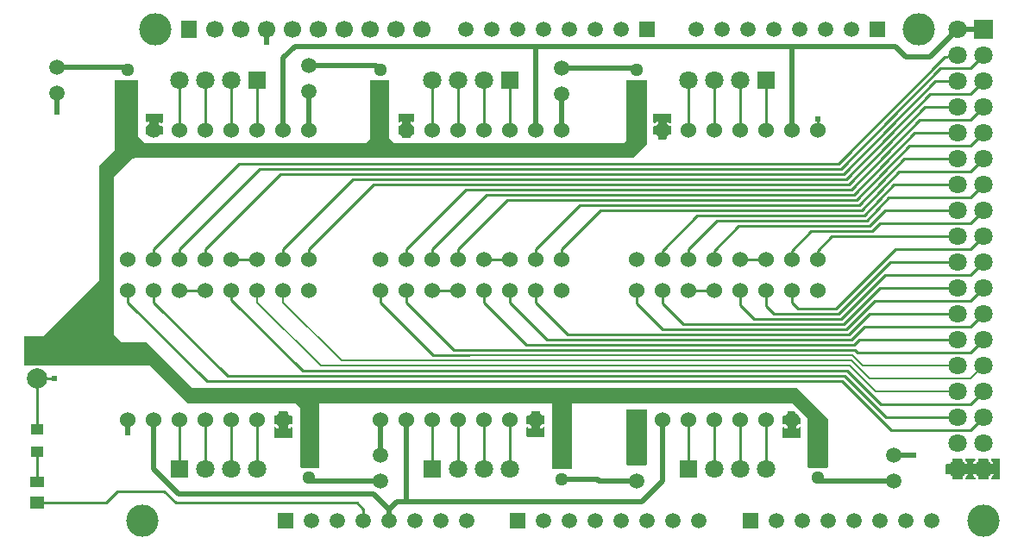
<source format=gtl>
G04 Layer: TopLayer*
G04 EasyEDA v6.5.22, 2023-03-30 23:48:17*
G04 8450ab88c4f44046a07a984ff5d0ea80,f0b2f3ec3a9e47b7860458d5da5a3361,10*
G04 Gerber Generator version 0.2*
G04 Scale: 100 percent, Rotated: No, Reflected: No *
G04 Dimensions in inches *
G04 leading zeros omitted , absolute positions ,3 integer and 6 decimal *
%FSLAX36Y36*%
%MOIN*%

%AMMACRO1*21,1,$1,$2,0,0,$3*%
%ADD10C,0.0080*%
%ADD11C,0.0200*%
%ADD12C,0.0100*%
%ADD13C,0.0090*%
%ADD14R,0.0492X0.0394*%
%ADD15MACRO1,0.0542X0.0446X0.0000*%
%ADD16R,0.0542X0.0446*%
%ADD17MACRO1,0.0591X0.0591X0.0000*%
%ADD18C,0.0591*%
%ADD19C,0.0709*%
%ADD20MACRO1,0.0709X0.0709X-90.0000*%
%ADD21C,0.0669*%
%ADD22MACRO1,0.062X0.0669X0.0000*%
%ADD23R,0.0709X0.0709*%
%ADD24C,0.0600*%
%ADD25C,0.0787*%
%ADD26C,0.0512*%
%ADD27C,0.1250*%
%ADD28C,0.0240*%
%ADD29C,0.0167*%

%LPD*%
G36*
X581500Y1585000D02*
G01*
X579960Y1585300D01*
X578680Y1586180D01*
X577800Y1587460D01*
X577500Y1589000D01*
X577500Y1592500D01*
X569000Y1592500D01*
X567460Y1592800D01*
X566180Y1593680D01*
X565300Y1594960D01*
X565000Y1596500D01*
X565000Y1623500D01*
X565300Y1625040D01*
X566180Y1626320D01*
X567460Y1627200D01*
X569000Y1627500D01*
X577500Y1627500D01*
X577500Y1646080D01*
X574520Y1644580D01*
X571260Y1642340D01*
X569660Y1641699D01*
X567940Y1641780D01*
X566420Y1642580D01*
X565380Y1643959D01*
X565000Y1645640D01*
X565000Y1671000D01*
X565300Y1672540D01*
X566180Y1673820D01*
X567460Y1674700D01*
X569000Y1675000D01*
X626000Y1675000D01*
X627540Y1674700D01*
X628820Y1673820D01*
X629700Y1672540D01*
X630000Y1671000D01*
X630000Y1641420D01*
X629700Y1639920D01*
X628880Y1638640D01*
X627620Y1637760D01*
X626140Y1637420D01*
X624620Y1637660D01*
X623320Y1638460D01*
X619900Y1641540D01*
X615480Y1644580D01*
X612500Y1646080D01*
X612500Y1627500D01*
X626000Y1627500D01*
X627540Y1627200D01*
X628820Y1626320D01*
X629700Y1625040D01*
X630000Y1623500D01*
X630000Y1596500D01*
X629700Y1594960D01*
X628820Y1593680D01*
X627540Y1592800D01*
X626000Y1592500D01*
X612500Y1592500D01*
X612500Y1589000D01*
X612200Y1587460D01*
X611320Y1586180D01*
X610040Y1585300D01*
X608500Y1585000D01*
G37*

%LPD*%
G36*
X1556500Y1580000D02*
G01*
X1554960Y1580300D01*
X1553680Y1581180D01*
X1552800Y1582460D01*
X1552500Y1584000D01*
X1552500Y1592500D01*
X1544000Y1592500D01*
X1542460Y1592800D01*
X1541180Y1593680D01*
X1540300Y1594960D01*
X1540000Y1596500D01*
X1540000Y1623500D01*
X1540300Y1625040D01*
X1541180Y1626320D01*
X1542460Y1627200D01*
X1544000Y1627500D01*
X1552500Y1627500D01*
X1552500Y1646080D01*
X1549520Y1644580D01*
X1546260Y1642340D01*
X1544660Y1641699D01*
X1542940Y1641780D01*
X1541420Y1642580D01*
X1540380Y1643959D01*
X1540000Y1645640D01*
X1540000Y1671000D01*
X1540300Y1672540D01*
X1541180Y1673820D01*
X1542460Y1674700D01*
X1544000Y1675000D01*
X1596000Y1675000D01*
X1597540Y1674700D01*
X1598820Y1673820D01*
X1599700Y1672540D01*
X1600000Y1671000D01*
X1600000Y1645640D01*
X1599620Y1643959D01*
X1598580Y1642580D01*
X1597060Y1641780D01*
X1595340Y1641699D01*
X1593740Y1642340D01*
X1590480Y1644580D01*
X1587500Y1646080D01*
X1587500Y1627500D01*
X1596000Y1627500D01*
X1597540Y1627200D01*
X1598820Y1626320D01*
X1599700Y1625040D01*
X1600000Y1623500D01*
X1600000Y1596500D01*
X1599700Y1594960D01*
X1598820Y1593680D01*
X1597540Y1592800D01*
X1596000Y1592500D01*
X1587500Y1592500D01*
X1587500Y1584000D01*
X1587200Y1582460D01*
X1586320Y1581180D01*
X1585040Y1580300D01*
X1583500Y1580000D01*
G37*

%LPD*%
G36*
X2546500Y1575000D02*
G01*
X2544960Y1575300D01*
X2543680Y1576180D01*
X2542800Y1577460D01*
X2542500Y1579000D01*
X2542500Y1592500D01*
X2529000Y1592500D01*
X2527460Y1592800D01*
X2526180Y1593680D01*
X2525300Y1594960D01*
X2525000Y1596500D01*
X2525000Y1623500D01*
X2525300Y1625040D01*
X2526180Y1626320D01*
X2527460Y1627200D01*
X2529000Y1627500D01*
X2542500Y1627500D01*
X2542500Y1646080D01*
X2539520Y1644580D01*
X2535100Y1641540D01*
X2531680Y1638460D01*
X2530380Y1637660D01*
X2528860Y1637420D01*
X2527380Y1637760D01*
X2526120Y1638640D01*
X2525300Y1639920D01*
X2525000Y1641420D01*
X2525000Y1671000D01*
X2525300Y1672540D01*
X2526180Y1673820D01*
X2527460Y1674700D01*
X2529000Y1675000D01*
X2591000Y1675000D01*
X2592540Y1674700D01*
X2593820Y1673820D01*
X2594700Y1672540D01*
X2595000Y1671000D01*
X2595000Y1641420D01*
X2594700Y1639920D01*
X2593880Y1638640D01*
X2592620Y1637760D01*
X2591139Y1637420D01*
X2589620Y1637660D01*
X2588320Y1638460D01*
X2584900Y1641540D01*
X2580480Y1644580D01*
X2577500Y1646080D01*
X2577500Y1627500D01*
X2591000Y1627500D01*
X2592540Y1627200D01*
X2593820Y1626320D01*
X2594700Y1625040D01*
X2595000Y1623500D01*
X2595000Y1596500D01*
X2594700Y1594960D01*
X2593820Y1593680D01*
X2592540Y1592800D01*
X2591000Y1592500D01*
X2577500Y1592500D01*
X2577500Y1579000D01*
X2577200Y1577460D01*
X2576320Y1576180D01*
X2575040Y1575300D01*
X2573500Y1575000D01*
G37*

%LPD*%
G36*
X2039780Y424880D02*
G01*
X2038020Y424920D01*
X2036459Y425700D01*
X2035380Y427100D01*
X2035000Y428800D01*
X2035000Y458579D01*
X2035300Y460080D01*
X2036120Y461360D01*
X2037380Y462239D01*
X2038860Y462580D01*
X2040380Y462340D01*
X2041680Y461540D01*
X2045100Y458459D01*
X2049520Y455420D01*
X2052500Y453920D01*
X2052500Y472500D01*
X2039000Y472500D01*
X2037460Y472800D01*
X2036180Y473680D01*
X2035300Y474960D01*
X2035000Y476500D01*
X2035000Y503500D01*
X2035300Y505040D01*
X2036180Y506320D01*
X2037460Y507200D01*
X2039000Y507500D01*
X2052500Y507500D01*
X2052500Y521000D01*
X2052800Y522540D01*
X2053680Y523820D01*
X2054960Y524700D01*
X2056500Y525000D01*
X2083500Y525000D01*
X2085040Y524700D01*
X2086320Y523820D01*
X2087200Y522540D01*
X2087500Y521000D01*
X2087500Y507500D01*
X2101000Y507500D01*
X2102540Y507200D01*
X2103820Y506320D01*
X2104700Y505040D01*
X2105000Y503500D01*
X2105000Y476500D01*
X2104700Y474960D01*
X2103820Y473680D01*
X2102540Y472800D01*
X2101000Y472500D01*
X2087500Y472500D01*
X2087500Y453920D01*
X2090480Y455420D01*
X2094900Y458459D01*
X2098320Y461540D01*
X2099620Y462340D01*
X2101140Y462580D01*
X2102620Y462239D01*
X2103880Y461360D01*
X2104700Y460080D01*
X2105000Y458579D01*
X2105000Y429000D01*
X2104700Y427460D01*
X2103820Y426180D01*
X2102540Y425300D01*
X2101000Y425000D01*
X2040400Y425000D01*
G37*

%LPD*%
G36*
X1064000Y420000D02*
G01*
X1062460Y420300D01*
X1061180Y421180D01*
X1060300Y422460D01*
X1060000Y424000D01*
X1060000Y458579D01*
X1060300Y460080D01*
X1061120Y461360D01*
X1062380Y462239D01*
X1063860Y462580D01*
X1065380Y462340D01*
X1066680Y461540D01*
X1070100Y458459D01*
X1074520Y455420D01*
X1077500Y453920D01*
X1077500Y472500D01*
X1064000Y472500D01*
X1062460Y472800D01*
X1061180Y473680D01*
X1060300Y474960D01*
X1060000Y476500D01*
X1060000Y503500D01*
X1060300Y505040D01*
X1061180Y506320D01*
X1062460Y507200D01*
X1064000Y507500D01*
X1077500Y507500D01*
X1077500Y521000D01*
X1077800Y522540D01*
X1078680Y523820D01*
X1079960Y524700D01*
X1081500Y525000D01*
X1108500Y525000D01*
X1110040Y524700D01*
X1111320Y523820D01*
X1112200Y522540D01*
X1112500Y521000D01*
X1112500Y507500D01*
X1126000Y507500D01*
X1127540Y507200D01*
X1128820Y506320D01*
X1129700Y505040D01*
X1130000Y503500D01*
X1130000Y476500D01*
X1129700Y474960D01*
X1128820Y473680D01*
X1127540Y472800D01*
X1126000Y472500D01*
X1112500Y472500D01*
X1112500Y453920D01*
X1115480Y455420D01*
X1119900Y458459D01*
X1123320Y461540D01*
X1124620Y462340D01*
X1126140Y462580D01*
X1127620Y462239D01*
X1128880Y461360D01*
X1129700Y460080D01*
X1130000Y458579D01*
X1130000Y424000D01*
X1129700Y422460D01*
X1128820Y421180D01*
X1127540Y420300D01*
X1126000Y420000D01*
G37*

%LPD*%
G36*
X3029000Y420000D02*
G01*
X3027460Y420300D01*
X3026180Y421180D01*
X3025299Y422460D01*
X3025000Y424000D01*
X3025000Y458579D01*
X3025299Y460080D01*
X3026120Y461360D01*
X3027380Y462239D01*
X3028860Y462580D01*
X3030380Y462340D01*
X3031680Y461540D01*
X3035100Y458459D01*
X3039520Y455420D01*
X3042500Y453920D01*
X3042500Y472500D01*
X3029000Y472500D01*
X3027460Y472800D01*
X3026180Y473680D01*
X3025299Y474960D01*
X3025000Y476500D01*
X3025000Y503500D01*
X3025299Y505040D01*
X3026180Y506320D01*
X3027460Y507200D01*
X3029000Y507500D01*
X3042500Y507500D01*
X3042500Y521000D01*
X3042799Y522540D01*
X3043680Y523820D01*
X3044960Y524700D01*
X3046500Y525000D01*
X3068340Y525000D01*
X3069880Y524700D01*
X3071180Y523820D01*
X3073820Y521180D01*
X3074700Y519880D01*
X3075000Y518340D01*
X3075000Y515400D01*
X3075280Y514720D01*
X3076320Y513680D01*
X3077200Y512380D01*
X3077500Y510840D01*
X3077500Y507500D01*
X3080840Y507500D01*
X3082380Y507200D01*
X3083680Y506320D01*
X3093820Y496180D01*
X3094700Y494880D01*
X3095000Y493340D01*
X3095000Y476500D01*
X3094700Y474960D01*
X3093820Y473680D01*
X3092540Y472800D01*
X3091000Y472500D01*
X3077500Y472500D01*
X3077500Y453920D01*
X3080480Y455420D01*
X3084900Y458459D01*
X3088320Y461540D01*
X3089620Y462340D01*
X3091139Y462580D01*
X3092620Y462239D01*
X3093880Y461360D01*
X3094700Y460080D01*
X3095000Y458579D01*
X3095000Y424000D01*
X3094700Y422460D01*
X3093820Y421180D01*
X3092540Y420300D01*
X3091000Y420000D01*
G37*

%LPD*%
G36*
X2424000Y315000D02*
G01*
X2422460Y315300D01*
X2421180Y316180D01*
X2420300Y317460D01*
X2420000Y319000D01*
X2420000Y526000D01*
X2420300Y527540D01*
X2421180Y528820D01*
X2422460Y529700D01*
X2424000Y530000D01*
X2496200Y530000D01*
X2497900Y529620D01*
X2499300Y528540D01*
X2500080Y526980D01*
X2500120Y525220D01*
X2500000Y524600D01*
X2500000Y319000D01*
X2499700Y317460D01*
X2498820Y316180D01*
X2497540Y315300D01*
X2496000Y315000D01*
G37*

%LPD*%
G36*
X2139000Y300000D02*
G01*
X2137460Y300300D01*
X2136180Y301180D01*
X2135300Y302460D01*
X2135000Y304000D01*
X2135000Y559600D01*
X2134720Y559720D01*
X2131180Y556180D01*
X2129880Y555300D01*
X2128340Y555000D01*
X1235400Y555000D01*
X1235000Y554600D01*
X1235000Y309000D01*
X1234700Y307460D01*
X1233820Y306180D01*
X1232540Y305300D01*
X1231000Y305000D01*
X1164000Y305000D01*
X1162460Y305300D01*
X1161180Y306180D01*
X1160300Y307460D01*
X1160000Y309000D01*
X1160000Y534600D01*
X1159720Y535280D01*
X1140280Y554720D01*
X1139600Y555000D01*
X726660Y555000D01*
X725120Y555300D01*
X723820Y556180D01*
X580280Y699720D01*
X579600Y700000D01*
X99000Y700000D01*
X97460Y700300D01*
X96180Y701180D01*
X95300Y702460D01*
X95000Y704000D01*
X95000Y811000D01*
X95300Y812540D01*
X96180Y813820D01*
X97460Y814700D01*
X99000Y815000D01*
X169600Y815000D01*
X170280Y815280D01*
X384720Y1029720D01*
X385000Y1030400D01*
X385000Y1473340D01*
X385300Y1474880D01*
X386180Y1476180D01*
X444720Y1534720D01*
X445000Y1535400D01*
X445000Y1801000D01*
X445300Y1802540D01*
X446180Y1803820D01*
X447460Y1804700D01*
X449000Y1805000D01*
X531000Y1805000D01*
X532540Y1804700D01*
X533820Y1803820D01*
X534700Y1802540D01*
X535000Y1801000D01*
X535000Y1585400D01*
X535280Y1584720D01*
X559720Y1560280D01*
X560400Y1560000D01*
X1414600Y1560000D01*
X1415280Y1560280D01*
X1429720Y1574720D01*
X1430000Y1575400D01*
X1430000Y1801000D01*
X1430300Y1802540D01*
X1431180Y1803820D01*
X1432460Y1804700D01*
X1434000Y1805000D01*
X1501000Y1805000D01*
X1502540Y1804700D01*
X1503820Y1803820D01*
X1504700Y1802540D01*
X1505000Y1801000D01*
X1505000Y1580400D01*
X1505280Y1579720D01*
X1524720Y1560280D01*
X1525400Y1560000D01*
X2409600Y1560000D01*
X2410280Y1560280D01*
X2419720Y1569720D01*
X2420000Y1570400D01*
X2420000Y1801000D01*
X2420300Y1802540D01*
X2421180Y1803820D01*
X2422460Y1804700D01*
X2424000Y1805000D01*
X2496000Y1805000D01*
X2497540Y1804700D01*
X2498820Y1803820D01*
X2499700Y1802540D01*
X2500000Y1801000D01*
X2500000Y1556660D01*
X2499700Y1555120D01*
X2498820Y1553820D01*
X2451180Y1506180D01*
X2449880Y1505300D01*
X2448340Y1505000D01*
X520400Y1505000D01*
X519720Y1504720D01*
X516180Y1501180D01*
X514880Y1500300D01*
X513340Y1500000D01*
X510400Y1500000D01*
X509720Y1499720D01*
X440280Y1430280D01*
X440000Y1429600D01*
X440000Y820400D01*
X440280Y819720D01*
X469720Y790280D01*
X470400Y790000D01*
X563340Y790000D01*
X564880Y789700D01*
X566180Y788820D01*
X739720Y615280D01*
X740400Y615000D01*
X3078340Y615000D01*
X3079880Y614700D01*
X3081180Y613820D01*
X3198820Y496180D01*
X3199700Y494880D01*
X3200000Y493340D01*
X3200000Y309000D01*
X3199700Y307460D01*
X3198820Y306180D01*
X3197540Y305300D01*
X3196000Y305000D01*
X3124000Y305000D01*
X3122460Y305300D01*
X3121180Y306180D01*
X3120299Y307460D01*
X3120000Y309000D01*
X3120000Y494600D01*
X3119720Y495280D01*
X3060280Y554720D01*
X3059600Y555000D01*
X2210400Y555000D01*
X2210000Y554600D01*
X2210000Y304000D01*
X2209700Y302460D01*
X2208820Y301180D01*
X2207540Y300300D01*
X2206000Y300000D01*
G37*

%LPD*%
G36*
X3683780Y260000D02*
G01*
X3682260Y260300D01*
X3680960Y261180D01*
X3680080Y262460D01*
X3679780Y264000D01*
X3679780Y279780D01*
X3659000Y279780D01*
X3657460Y280080D01*
X3656180Y280960D01*
X3655299Y282260D01*
X3655000Y283780D01*
X3655000Y316220D01*
X3655299Y317740D01*
X3656180Y319040D01*
X3657460Y319920D01*
X3659000Y320220D01*
X3679780Y320220D01*
X3679780Y336000D01*
X3680080Y337540D01*
X3680960Y338820D01*
X3682260Y339700D01*
X3683780Y340000D01*
X3716220Y340000D01*
X3717740Y339700D01*
X3719040Y338820D01*
X3719920Y337540D01*
X3720220Y336000D01*
X3720220Y320220D01*
X3740840Y320220D01*
X3738519Y324440D01*
X3735160Y329080D01*
X3731240Y333260D01*
X3730419Y334560D01*
X3730140Y336079D01*
X3730480Y337580D01*
X3731340Y338860D01*
X3732640Y339700D01*
X3734140Y340000D01*
X3765860Y340000D01*
X3767360Y339700D01*
X3768660Y338860D01*
X3769520Y337580D01*
X3769860Y336079D01*
X3769580Y334560D01*
X3768759Y333260D01*
X3764840Y329080D01*
X3761480Y324440D01*
X3759160Y320220D01*
X3779780Y320220D01*
X3779780Y336000D01*
X3780080Y337540D01*
X3780960Y338820D01*
X3782260Y339700D01*
X3783780Y340000D01*
X3816220Y340000D01*
X3817740Y339700D01*
X3819040Y338820D01*
X3819920Y337540D01*
X3820220Y336000D01*
X3820220Y320220D01*
X3840840Y320220D01*
X3838519Y324440D01*
X3835160Y329080D01*
X3831240Y333260D01*
X3830419Y334560D01*
X3830140Y336079D01*
X3830480Y337580D01*
X3831340Y338860D01*
X3832640Y339700D01*
X3834140Y340000D01*
X3861000Y340000D01*
X3862540Y339700D01*
X3863820Y338820D01*
X3864700Y337540D01*
X3865000Y336000D01*
X3865000Y264000D01*
X3864700Y262460D01*
X3863820Y261180D01*
X3862540Y260300D01*
X3861000Y260000D01*
X3834140Y260000D01*
X3832640Y260300D01*
X3831340Y261140D01*
X3830480Y262420D01*
X3830140Y263920D01*
X3830419Y265440D01*
X3831240Y266740D01*
X3835160Y270920D01*
X3838519Y275560D01*
X3840840Y279780D01*
X3820220Y279780D01*
X3820220Y264000D01*
X3819920Y262460D01*
X3819040Y261180D01*
X3817740Y260300D01*
X3816220Y260000D01*
X3783780Y260000D01*
X3782260Y260300D01*
X3780960Y261180D01*
X3780080Y262460D01*
X3779780Y264000D01*
X3779780Y279780D01*
X3759160Y279780D01*
X3761480Y275560D01*
X3764840Y270920D01*
X3768759Y266740D01*
X3769580Y265440D01*
X3769860Y263920D01*
X3769520Y262420D01*
X3768660Y261140D01*
X3767360Y260300D01*
X3765860Y260000D01*
X3734140Y260000D01*
X3732640Y260300D01*
X3731340Y261140D01*
X3730480Y262420D01*
X3730140Y263920D01*
X3730419Y265440D01*
X3731240Y266740D01*
X3735160Y270920D01*
X3738519Y275560D01*
X3740840Y279780D01*
X3720220Y279780D01*
X3720220Y264000D01*
X3719920Y262460D01*
X3719040Y261180D01*
X3717740Y260300D01*
X3716220Y260000D01*
G37*

%LPD*%
D10*
X3700000Y600000D02*
G01*
X3383882Y600000D01*
X3283882Y700000D01*
X1240000Y700000D01*
X995000Y945000D01*
X995000Y990000D01*
D11*
X145000Y750000D02*
G01*
X415000Y1020000D01*
X415000Y1449800D01*
X495199Y1530000D01*
X2070000Y1610000D02*
G01*
X2070000Y1935000D01*
X3060000Y1610000D02*
G01*
X3060000Y1935000D01*
X1095000Y1610000D02*
G01*
X1095000Y1890000D01*
X1140000Y1935000D01*
X3460000Y1935000D01*
X3500000Y1895000D01*
X3595000Y1895000D01*
X3700000Y2000000D01*
X3800000Y2000000D02*
G01*
X3700000Y2000000D01*
D12*
X1405000Y100000D02*
G01*
X1405000Y145000D01*
X1380000Y170000D01*
X680000Y170000D01*
X635000Y215000D01*
X455000Y215000D01*
X410599Y170599D01*
X145000Y170599D01*
D11*
X595000Y490000D02*
G01*
X595000Y300000D01*
X690000Y205000D01*
X1445000Y205000D01*
X1505000Y145000D01*
X1570000Y490000D02*
G01*
X1570200Y175000D01*
X1505000Y100000D02*
G01*
X1505000Y145000D01*
X1535000Y175000D01*
X2480000Y175000D01*
X2560000Y255000D01*
X2560000Y490000D01*
X1470200Y1530000D02*
G01*
X495199Y1530000D01*
X495000Y1610000D01*
X2460000Y1610000D02*
G01*
X2460000Y1570000D01*
X2420000Y1530000D01*
X1470200Y1530000D01*
X1470000Y1610000D01*
X3160000Y490000D02*
G01*
X3070000Y580000D01*
X735000Y580000D01*
X565000Y750000D01*
X145000Y750000D01*
X2170000Y490000D02*
G01*
X2169899Y580000D01*
X1195000Y490000D02*
G01*
X1195200Y580000D01*
X2170000Y1660000D02*
G01*
X2170000Y1750000D01*
X220000Y1755000D02*
G01*
X220000Y1680000D01*
X1195000Y490000D02*
G01*
X1195000Y344369D01*
X3160000Y265630D02*
G01*
X3170630Y255000D01*
X3455000Y255000D01*
X3060000Y490000D02*
G01*
X3060000Y435000D01*
X2170000Y260630D02*
G01*
X2310000Y260000D01*
X2315000Y255000D01*
X2460000Y255000D01*
X2170000Y490000D02*
G01*
X2170000Y339369D01*
X495000Y1844369D02*
G01*
X484369Y1855000D01*
X220000Y1855000D01*
X495000Y1610000D02*
G01*
X495000Y1765630D01*
X2560000Y1610000D02*
G01*
X2560000Y1660000D01*
X2460000Y1844369D02*
G01*
X2454369Y1850000D01*
X2170000Y1850000D01*
X2460000Y1765630D02*
G01*
X2460000Y1610000D01*
X1195000Y1760000D02*
G01*
X1195000Y1660000D01*
X1470000Y1844369D02*
G01*
X1454369Y1860000D01*
X1195000Y1860000D01*
X1470000Y1610000D02*
G01*
X1470000Y1765630D01*
X3455000Y355000D02*
G01*
X3530000Y355000D01*
X3160000Y490000D02*
G01*
X3160000Y344369D01*
X1195000Y265630D02*
G01*
X1205630Y255000D01*
X1400000Y255000D01*
X1470000Y255000D01*
X1470000Y490000D02*
G01*
X1470000Y355000D01*
X2460000Y355000D02*
G01*
X2460000Y395000D01*
X2460000Y440000D01*
X2460000Y490000D02*
G01*
X2460000Y440000D01*
X595000Y1610000D02*
G01*
X595000Y1660000D01*
D12*
X695000Y1805000D02*
G01*
X695000Y1610000D01*
X2660000Y490000D02*
G01*
X2660000Y294998D01*
D13*
X3800000Y600000D02*
G01*
X3750000Y550000D01*
X3405000Y550000D01*
X3275000Y680000D01*
X1170000Y680000D01*
X895000Y955000D01*
X895000Y990000D01*
D12*
X3700000Y500000D02*
G01*
X3425000Y500000D01*
X3265000Y660000D01*
X880000Y660000D01*
X595000Y945000D01*
X595000Y990000D01*
D13*
X3800000Y500000D02*
G01*
X3750000Y450000D01*
X3445000Y450000D01*
X3255000Y640000D01*
X800000Y640000D01*
X495000Y945000D01*
X495000Y990000D01*
D10*
X1815000Y740000D02*
G01*
X3295000Y740000D01*
X3335000Y700000D01*
X3700000Y700000D01*
X3800000Y700000D02*
G01*
X3750000Y650000D01*
X3359438Y650000D01*
X3289438Y720000D01*
X1320000Y720000D01*
X1095000Y945000D01*
X1095000Y990000D01*
D13*
X1895000Y760000D02*
G01*
X3305000Y760000D01*
X3315000Y750000D01*
X3750000Y750000D01*
X3800000Y800000D01*
D12*
X1870000Y990000D02*
G01*
X1870000Y945000D01*
X2035000Y780000D01*
X3300000Y780000D01*
X3320000Y800000D01*
X3700000Y800000D01*
D13*
X1970000Y990000D02*
G01*
X1970000Y945000D01*
X2115000Y800000D01*
X3290000Y800000D01*
X3340000Y850000D01*
X3750000Y850000D01*
X3800000Y900000D01*
D12*
X3700000Y900000D02*
G01*
X3360000Y900000D01*
X3280000Y820000D01*
X2195000Y820000D01*
X2070000Y945000D01*
X2070000Y990000D01*
D13*
X3800000Y1000000D02*
G01*
X3750000Y950000D01*
X3380000Y950000D01*
X3270000Y840000D01*
X2625000Y840000D01*
D12*
X3700000Y1000000D02*
G01*
X3400000Y1000000D01*
X3260000Y860000D01*
X2640000Y860000D01*
X2560000Y940000D01*
X2560000Y990000D01*
D13*
X2860000Y990000D02*
G01*
X2860000Y935000D01*
X2915000Y880000D01*
X3250000Y880000D01*
X3420000Y1050000D01*
X3750000Y1050000D01*
X3800000Y1100000D01*
D12*
X2960000Y990000D02*
G01*
X2960000Y930000D01*
X2990000Y900000D01*
X3240000Y900000D01*
X3440000Y1100000D01*
X3700000Y1100000D01*
D13*
X3060000Y990000D02*
G01*
X3060000Y945000D01*
X3085000Y920000D01*
X3230000Y920000D01*
X3460000Y1150000D01*
X3750000Y1150000D01*
X3800000Y1200000D01*
D12*
X3160000Y1110000D02*
G01*
X3160000Y1145000D01*
X3215000Y1200000D01*
X3700000Y1200000D01*
D13*
X3060000Y1110000D02*
G01*
X3060000Y1145000D01*
X3135000Y1220000D01*
X3370000Y1220000D01*
X3400000Y1250000D01*
X3750000Y1250000D01*
X3800000Y1300000D01*
D12*
X2760000Y1110000D02*
G01*
X2760000Y1145000D01*
X2855000Y1240000D01*
X3360000Y1240000D01*
X3420000Y1300000D01*
X3700000Y1300000D01*
D13*
X2660000Y1110000D02*
G01*
X2660000Y1150000D01*
X2770000Y1260000D01*
X3350000Y1260000D01*
X3435000Y1350000D01*
X3750000Y1350000D01*
X3800000Y1400000D01*
D12*
X2560000Y1145000D02*
G01*
X2695000Y1280000D01*
X3340000Y1280000D01*
X3455000Y1400000D01*
X3700000Y1400000D01*
D13*
X2170000Y1110000D02*
G01*
X2170000Y1150000D01*
X2320000Y1300000D01*
X3330000Y1300000D01*
X3475000Y1450000D01*
X3750000Y1450000D01*
X3800000Y1500000D01*
D12*
X2390000Y1320000D02*
G01*
X3320000Y1320000D01*
X3495000Y1500000D01*
X3700000Y1500000D01*
D13*
X2110000Y1340000D02*
G01*
X3310000Y1340000D01*
X3515000Y1550000D01*
X3750000Y1550000D01*
X3800000Y1600000D01*
D12*
X2030000Y1360000D02*
G01*
X3300000Y1360000D01*
X3535000Y1600000D01*
X3700000Y1600000D01*
D13*
X1950000Y1380000D02*
G01*
X3290000Y1380000D01*
X3555000Y1650000D01*
X3750000Y1650000D01*
X3800000Y1700000D01*
D12*
X1630000Y1400000D02*
G01*
X3280000Y1400000D01*
X3575000Y1700000D01*
X3700000Y1700000D01*
D13*
X1550000Y1420000D02*
G01*
X3270000Y1420000D01*
X3595000Y1750000D01*
X3750000Y1750000D01*
X3800000Y1800000D01*
D12*
X1270000Y1440000D02*
G01*
X3260000Y1440000D01*
X3615000Y1800000D01*
X3700000Y1800000D01*
D13*
X1190000Y1460000D02*
G01*
X3250000Y1460000D01*
X3635000Y1850000D01*
X3750000Y1850000D01*
X3800000Y1900000D01*
D12*
X1110000Y1480000D02*
G01*
X3240000Y1480000D01*
X3650000Y1895000D01*
X3700000Y1900000D01*
X595000Y1110000D02*
G01*
X595000Y1150000D01*
X925000Y1480000D01*
X1110000Y1480000D01*
X695000Y1110000D02*
G01*
X695000Y1150000D01*
X1005000Y1460000D01*
X1190000Y1460000D01*
X795000Y1110000D02*
G01*
X795000Y1150000D01*
X1085000Y1440000D01*
X1270000Y1440000D01*
X1095000Y1110000D02*
G01*
X1095000Y1150000D01*
X1365000Y1420000D01*
X1550000Y1420000D01*
X1195000Y1110000D02*
G01*
X1195000Y1150000D01*
X1445000Y1400000D01*
X1633526Y1400000D01*
X1570000Y1110000D02*
G01*
X1570000Y1150000D01*
X1800000Y1380000D01*
X1950000Y1380000D01*
X1670000Y1110000D02*
G01*
X1670000Y1150000D01*
X1880000Y1360000D01*
X2030000Y1360000D01*
X1770000Y1110000D02*
G01*
X1770000Y1150000D01*
X1960000Y1340000D01*
X2110000Y1340000D01*
X2070000Y1110000D02*
G01*
X2070000Y1150000D01*
X2240000Y1320000D01*
X2390000Y1320000D01*
X1470000Y990000D02*
G01*
X1470000Y945000D01*
X1675000Y740000D01*
X1815000Y740000D01*
X1570000Y990000D02*
G01*
X1570000Y945000D01*
X1755000Y760000D01*
X1895000Y760000D01*
X2460000Y990000D02*
G01*
X2460000Y940000D01*
X2560000Y840000D01*
X2625000Y840000D01*
X1670000Y990000D02*
G01*
X1770000Y990000D01*
X1870000Y1110000D02*
G01*
X1970000Y1110000D01*
X1970000Y299998D02*
G01*
X1970000Y490000D01*
X1870000Y490000D02*
G01*
X1870000Y299998D01*
X1770000Y299998D02*
G01*
X1770000Y490000D01*
X1670000Y490000D02*
G01*
X1670000Y299998D01*
X1970000Y1805001D02*
G01*
X1970000Y1610000D01*
X1870000Y1805001D02*
G01*
X1870000Y1610000D01*
X1770000Y1610000D02*
G01*
X1770000Y1805001D01*
X1670000Y1805001D02*
G01*
X1670000Y1610000D01*
D11*
X2070000Y490000D02*
G01*
X2070000Y440000D01*
X2170000Y1610000D02*
G01*
X2170000Y1660000D01*
X1570000Y1610000D02*
G01*
X1570000Y1660000D01*
D12*
X995000Y1110000D02*
G01*
X895000Y1110000D01*
X695000Y990000D02*
G01*
X795000Y990000D01*
X995000Y490000D02*
G01*
X995000Y299998D01*
X795000Y299998D02*
G01*
X795000Y490000D01*
X895000Y490000D02*
G01*
X895000Y299998D01*
X695000Y490000D02*
G01*
X695000Y299998D01*
X995000Y1805000D02*
G01*
X995000Y1610000D01*
X895000Y1805000D02*
G01*
X895000Y1610000D01*
X795000Y1805000D02*
G01*
X795000Y1610000D01*
D11*
X495000Y490000D02*
G01*
X495000Y440000D01*
X1095000Y490000D02*
G01*
X1095000Y440000D01*
X1195000Y1610000D02*
G01*
X1195000Y1660000D01*
D12*
X145000Y650000D02*
G01*
X210000Y650000D01*
X145000Y366689D02*
G01*
X145000Y249369D01*
X145000Y650000D02*
G01*
X145000Y453310D01*
X2760000Y990000D02*
G01*
X2665000Y990000D01*
X2660000Y985000D01*
X2860000Y1110000D02*
G01*
X2955000Y1110000D01*
X2960000Y1105000D01*
D10*
X3700000Y800000D02*
G01*
X3668569Y800000D01*
D12*
X2660000Y1605000D02*
G01*
X2660000Y1805000D01*
X2760000Y1805000D02*
G01*
X2760000Y1605000D01*
X2860000Y1605000D02*
G01*
X2860000Y1805000D01*
X2960000Y1805000D02*
G01*
X2960000Y1605000D01*
X2760000Y294998D02*
G01*
X2760000Y490000D01*
X2860000Y490000D02*
G01*
X2860000Y294998D01*
X2960000Y294998D02*
G01*
X2960000Y490000D01*
D11*
X3800000Y300000D02*
G01*
X3850000Y300000D01*
X3800000Y300000D02*
G01*
X3700000Y300000D01*
D12*
X3160000Y1610000D02*
G01*
X3160000Y1655000D01*
D11*
X1030000Y2000000D02*
G01*
X1030000Y1950000D01*
D14*
G01*
X145000Y366689D03*
G01*
X145000Y453310D03*
D15*
G01*
X145000Y170627D03*
D16*
G01*
X145000Y249369D03*
D17*
G01*
X1105000Y100000D03*
D18*
G01*
X1205000Y100000D03*
G01*
X1305000Y100000D03*
G01*
X1405000Y100000D03*
G01*
X1505000Y100000D03*
G01*
X1605000Y100000D03*
G01*
X1705000Y100000D03*
G01*
X1805000Y100000D03*
D17*
G01*
X2000000Y100000D03*
D18*
G01*
X2100000Y100000D03*
G01*
X2200000Y100000D03*
G01*
X2300000Y100000D03*
G01*
X2400000Y100000D03*
G01*
X2500000Y100000D03*
G01*
X2600000Y100000D03*
G01*
X2700000Y100000D03*
D17*
G01*
X2900000Y100000D03*
D18*
G01*
X3000000Y100000D03*
G01*
X3100000Y100000D03*
G01*
X3200000Y100000D03*
G01*
X3300000Y100000D03*
G01*
X3400000Y100000D03*
G01*
X3500000Y100000D03*
G01*
X3600000Y100000D03*
D19*
G01*
X3700000Y300000D03*
G01*
X3800000Y300000D03*
G01*
X3700000Y400000D03*
G01*
X3800000Y400000D03*
G01*
X3700000Y500000D03*
G01*
X3800000Y500000D03*
G01*
X3700000Y600000D03*
G01*
X3800000Y600000D03*
G01*
X3700000Y700000D03*
G01*
X3800000Y700000D03*
G01*
X3700000Y800000D03*
G01*
X3800000Y800000D03*
G01*
X3700000Y900000D03*
G01*
X3800000Y900000D03*
G01*
X3700000Y1000000D03*
G01*
X3800000Y1000000D03*
G01*
X3700000Y1100000D03*
G01*
X3800000Y1100000D03*
G01*
X3700000Y1200000D03*
G01*
X3800000Y1200000D03*
G01*
X3700000Y1300000D03*
G01*
X3800000Y1300000D03*
G01*
X3700000Y1400000D03*
G01*
X3800000Y1400000D03*
G01*
X3700000Y1500000D03*
G01*
X3800000Y1500000D03*
G01*
X3700000Y1600000D03*
G01*
X3800000Y1600000D03*
G01*
X3700000Y1700000D03*
G01*
X3800000Y1700000D03*
G01*
X3700000Y1800000D03*
G01*
X3800000Y1800000D03*
G01*
X3700000Y1900000D03*
G01*
X3800000Y1900000D03*
G01*
X3700000Y2000000D03*
D20*
G01*
X3800000Y2000000D03*
D17*
G01*
X3389999Y2000000D03*
D18*
G01*
X3290000Y2000000D03*
G01*
X3190000Y2000000D03*
G01*
X3090000Y2000000D03*
G01*
X2990000Y2000000D03*
G01*
X2890000Y2000000D03*
G01*
X2790000Y2000000D03*
G01*
X2690000Y2000000D03*
D17*
G01*
X2499999Y2000000D03*
D18*
G01*
X2400000Y2000000D03*
G01*
X2300000Y2000000D03*
G01*
X2200000Y2000000D03*
G01*
X2100000Y2000000D03*
G01*
X2000000Y2000000D03*
G01*
X1900000Y2000000D03*
G01*
X1800000Y2000000D03*
D21*
G01*
X1630000Y2000000D03*
G01*
X1530000Y2000000D03*
G01*
X1430000Y2000000D03*
G01*
X1330000Y2000000D03*
G01*
X1230000Y2000000D03*
G01*
X1130000Y2000000D03*
G01*
X1030000Y2000000D03*
G01*
X930000Y2000000D03*
G01*
X830000Y2000000D03*
D22*
G01*
X730000Y2000000D03*
D18*
G01*
X2170000Y1850000D03*
G01*
X2170000Y1750000D03*
G01*
X220000Y1855000D03*
G01*
X220000Y1755000D03*
G01*
X3455000Y255000D03*
G01*
X3455000Y355000D03*
G01*
X2460000Y255000D03*
G01*
X2460000Y355000D03*
G01*
X1470000Y255000D03*
G01*
X1470000Y355000D03*
D23*
G01*
X1970000Y1805003D03*
D19*
G01*
X1870000Y1805003D03*
G01*
X1770000Y1805003D03*
G01*
X1670000Y1805003D03*
D23*
G01*
X2960000Y1805003D03*
D19*
G01*
X2860000Y1805003D03*
G01*
X2760000Y1805003D03*
G01*
X2660000Y1805003D03*
D23*
G01*
X695000Y299996D03*
D19*
G01*
X795000Y299996D03*
G01*
X895000Y299996D03*
G01*
X995000Y299996D03*
D23*
G01*
X1670000Y299996D03*
D19*
G01*
X1770000Y299996D03*
G01*
X1870000Y299996D03*
G01*
X1970000Y299996D03*
D23*
G01*
X2660000Y299996D03*
D19*
G01*
X2760000Y299996D03*
G01*
X2860000Y299996D03*
G01*
X2960000Y299996D03*
D24*
G01*
X1670000Y1610000D03*
G01*
X1570000Y1610000D03*
G01*
X1470000Y1610000D03*
G01*
X1770000Y1610000D03*
G01*
X1870000Y1610000D03*
G01*
X1970000Y1610000D03*
G01*
X2070000Y1610000D03*
G01*
X2170000Y1610000D03*
G01*
X2170000Y1110000D03*
G01*
X2070000Y1110000D03*
G01*
X1970000Y1110000D03*
G01*
X1870000Y1110000D03*
G01*
X1770000Y1110000D03*
G01*
X1670000Y1110000D03*
G01*
X1570000Y1110000D03*
G01*
X1470000Y1110000D03*
G01*
X2660000Y1610000D03*
G01*
X2560000Y1610000D03*
G01*
X2460000Y1610000D03*
G01*
X2760000Y1610000D03*
G01*
X2860000Y1610000D03*
G01*
X2960000Y1610000D03*
G01*
X3060000Y1610000D03*
G01*
X3160000Y1610000D03*
G01*
X3160000Y1110000D03*
G01*
X3060000Y1110000D03*
G01*
X2960000Y1110000D03*
G01*
X2860000Y1110000D03*
G01*
X2760000Y1110000D03*
G01*
X2660000Y1110000D03*
G01*
X2560000Y1110000D03*
G01*
X2460000Y1110000D03*
G01*
X995000Y490000D03*
G01*
X1095000Y490000D03*
G01*
X1195000Y490000D03*
G01*
X895000Y490000D03*
G01*
X795000Y490000D03*
G01*
X695000Y490000D03*
G01*
X595000Y490000D03*
G01*
X495000Y490000D03*
G01*
X495000Y990000D03*
G01*
X595000Y990000D03*
G01*
X695000Y990000D03*
G01*
X795000Y990000D03*
G01*
X895000Y990000D03*
G01*
X995000Y990000D03*
G01*
X1095000Y990000D03*
G01*
X1195000Y990000D03*
G01*
X2960000Y490000D03*
G01*
X3060000Y490000D03*
G01*
X3160000Y490000D03*
G01*
X2860000Y490000D03*
G01*
X2760000Y490000D03*
G01*
X2660000Y490000D03*
G01*
X2560000Y490000D03*
G01*
X2460000Y490000D03*
G01*
X2460000Y990000D03*
G01*
X2560000Y990000D03*
G01*
X2660000Y990000D03*
G01*
X2760000Y990000D03*
G01*
X2860000Y990000D03*
G01*
X2960000Y990000D03*
G01*
X3060000Y990000D03*
G01*
X3160000Y990000D03*
D18*
G01*
X1195000Y1860000D03*
G01*
X1195000Y1760000D03*
D25*
G01*
X145000Y750000D03*
G01*
X145000Y650000D03*
D23*
G01*
X995000Y1805000D03*
D19*
G01*
X895000Y1805000D03*
G01*
X795000Y1805000D03*
G01*
X695000Y1805000D03*
D24*
G01*
X695000Y1610000D03*
G01*
X595000Y1610000D03*
G01*
X495000Y1610000D03*
G01*
X795000Y1610000D03*
G01*
X895000Y1610000D03*
G01*
X995000Y1610000D03*
G01*
X1095000Y1610000D03*
G01*
X1195000Y1610000D03*
G01*
X1195000Y1110000D03*
G01*
X1095000Y1110000D03*
G01*
X995000Y1110000D03*
G01*
X895000Y1110000D03*
G01*
X795000Y1110000D03*
G01*
X695000Y1110000D03*
G01*
X595000Y1110000D03*
G01*
X495000Y1110000D03*
D26*
G01*
X1470000Y1765630D03*
G01*
X1470000Y1844369D03*
G01*
X2460000Y1765630D03*
G01*
X2460000Y1844369D03*
G01*
X495000Y1765630D03*
G01*
X495000Y1844369D03*
G01*
X3160000Y344369D03*
G01*
X3160000Y265630D03*
G01*
X2170000Y339369D03*
G01*
X2170000Y260630D03*
G01*
X1195000Y344369D03*
G01*
X1195000Y265630D03*
D24*
G01*
X1970000Y490000D03*
G01*
X2070000Y490000D03*
G01*
X2170000Y490000D03*
G01*
X1870000Y490000D03*
G01*
X1770000Y490000D03*
G01*
X1670000Y490000D03*
G01*
X1570000Y490000D03*
G01*
X1470000Y490000D03*
G01*
X1470000Y990000D03*
G01*
X1570000Y990000D03*
G01*
X1670000Y990000D03*
G01*
X1770000Y990000D03*
G01*
X1870000Y990000D03*
G01*
X1970000Y990000D03*
G01*
X2070000Y990000D03*
G01*
X2170000Y990000D03*
D27*
G01*
X550000Y100000D03*
G01*
X600000Y2000000D03*
G01*
X3550000Y2000000D03*
G01*
X3800000Y100000D03*
D28*
G01*
X1030000Y1950000D03*
G01*
X1195000Y1660000D03*
G01*
X595000Y1660000D03*
G01*
X1570000Y1660000D03*
G01*
X2170000Y1660000D03*
G01*
X3160000Y1655000D03*
G01*
X3850000Y300000D03*
G01*
X3060000Y435000D03*
G01*
X2070000Y440000D03*
G01*
X1095000Y440000D03*
G01*
X495000Y440000D03*
G01*
X210000Y650000D03*
G01*
X2460000Y440000D03*
G01*
X3530000Y355000D03*
G01*
X2560000Y1660000D03*
G01*
X220000Y1680000D03*
M02*

</source>
